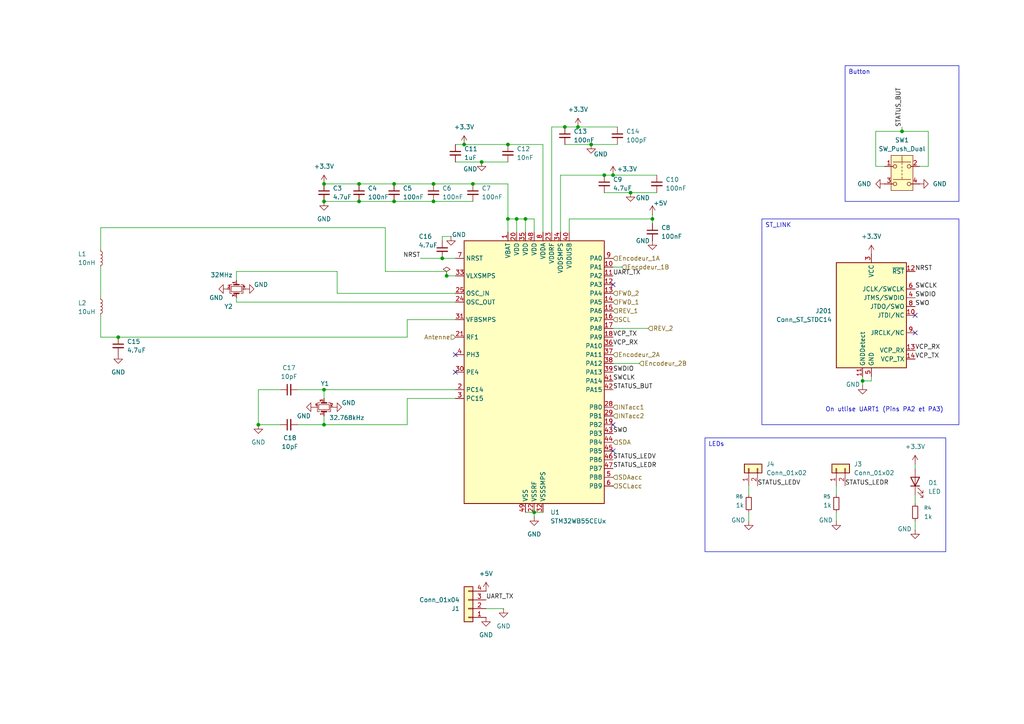
<source format=kicad_sch>
(kicad_sch (version 20250114) (generator "eeschema") (generator_version "9.0")
  (paper "A4")
  (lib_symbols
    (symbol "Connector:Conn_ST_STDC14"
      (property "Reference" "J" (at -8.89 16.51 0))
      (property "Value" "Conn_ST_STDC14" (at 17.78 16.51 0))
      (symbol "Conn_ST_STDC14_0_1"
        (rectangle (start -10.16 15.24) (end 10.16 -15.24) (stroke (width 0.254)) (fill (type background)))
      )
      (symbol "Conn_ST_STDC14_1_1"
        (pin no_connect line (at -10.16 5.08 0) (length 2.54) (hide yes) (name "NC") (number "1"))
        (pin no_connect line (at -10.16 2.54 0) (length 2.54) (hide yes) (name "NC") (number "2"))
        (pin passive line (at -2.54 -17.78 90) (length 2.54) (name "GNDDetect") (number "11"))
        (pin power_in line (at 0 17.78 270) (length 2.54) (name "VCC") (number "3"))
        (pin power_in line (at 0 -17.78 90) (length 2.54) (name "GND") (number "5"))
        (pin passive line (at 0 -17.78 90) (length 2.54) (hide yes) (name "GND") (number "7"))
        (pin open_collector line (at 12.7 12.7 180) (length 2.54) (name "~{RST}") (number "12"))
        (pin output line (at 12.7 7.62 180) (length 2.54) (name "JCLK/SWCLK") (number "6"))
        (pin bidirectional line (at 12.7 5.08 180) (length 2.54) (name "JTMS/SWDIO") (number "4"))
        (pin input line (at 12.7 2.54 180) (length 2.54) (name "JTDO/SWO") (number "8"))
        (pin output line (at 12.7 0 180) (length 2.54) (name "JTDI/NC") (number "10"))
        (pin input line (at 12.7 -5.08 180) (length 2.54) (name "JRCLK/NC") (number "9"))
        (pin output line (at 12.7 -10.16 180) (length 2.54) (name "VCP_RX") (number "13"))
        (pin input line (at 12.7 -12.7 180) (length 2.54) (name "VCP_TX") (number "14"))
      )
    )
    (symbol "Connector_Generic:Conn_01x02" (pin_names (offset 1.016) (hide yes))
      (property "Reference" "J" (at 0 2.54 0))
      (property "Value" "Conn_01x02" (at 0 -5.08 0))
      (symbol "Conn_01x02_1_1"
        (rectangle (start -1.27 1.27) (end 1.27 -3.81) (stroke (width 0.254)) (fill (type background)))
        (rectangle (start -1.27 0.127) (end 0 -0.127) (stroke (width 0.1524)))
        (rectangle (start -1.27 -2.413) (end 0 -2.667) (stroke (width 0.1524)))
        (pin passive line (at -5.08 0 0) (length 3.81) (name "Pin_1") (number "1"))
        (pin passive line (at -5.08 -2.54 0) (length 3.81) (name "Pin_2") (number "2"))
      )
    )
    (symbol "Connector_Generic:Conn_01x04" (pin_names (offset 1.016) (hide yes))
      (property "Reference" "J" (at 0 5.08 0))
      (property "Value" "Conn_01x04" (at 0 -7.62 0))
      (symbol "Conn_01x04_1_1"
        (rectangle (start -1.27 3.81) (end 1.27 -6.35) (stroke (width 0.254)) (fill (type background)))
        (rectangle (start -1.27 2.667) (end 0 2.413) (stroke (width 0.1524)))
        (rectangle (start -1.27 0.127) (end 0 -0.127) (stroke (width 0.1524)))
        (rectangle (start -1.27 -2.413) (end 0 -2.667) (stroke (width 0.1524)))
        (rectangle (start -1.27 -4.953) (end 0 -5.207) (stroke (width 0.1524)))
        (pin passive line (at -5.08 2.54 0) (length 3.81) (name "Pin_1") (number "1"))
        (pin passive line (at -5.08 0 0) (length 3.81) (name "Pin_2") (number "2"))
        (pin passive line (at -5.08 -2.54 0) (length 3.81) (name "Pin_3") (number "3"))
        (pin passive line (at -5.08 -5.08 0) (length 3.81) (name "Pin_4") (number "4"))
      )
    )
    (symbol "Device:C_Small" (pin_numbers (hide yes)) (pin_names (offset 0.254) (hide yes))
      (property "Reference" "C" (at 0.254 1.778 0))
      (property "Value" "C_Small" (at 0.254 -2.032 0))
      (symbol "C_Small_0_1"
        (polyline (pts (xy -1.524 0.508) (xy 1.524 0.508)) (stroke (width 0.3048)))
        (polyline (pts (xy -1.524 -0.508) (xy 1.524 -0.508)) (stroke (width 0.3302)))
      )
      (symbol "C_Small_1_1"
        (pin passive line (at 0 2.54 270) (length 2.032) (name "~") (number "1"))
        (pin passive line (at 0 -2.54 90) (length 2.032) (name "~") (number "2"))
      )
    )
    (symbol "Device:Crystal_GND24_Small" (pin_names (offset 1.016) (hide yes))
      (property "Reference" "Y" (at 1.27 4.445 0))
      (property "Value" "Crystal_GND24_Small" (at 1.27 2.54 0))
      (symbol "Crystal_GND24_Small_0_1"
        (polyline (pts (xy -1.27 1.27) (xy -1.27 1.905) (xy 1.27 1.905) (xy 1.27 1.27)))
        (polyline (pts (xy -1.27 -0.762) (xy -1.27 0.762)) (stroke (width 0.381)))
        (polyline (pts (xy -1.27 -1.27) (xy -1.27 -1.905) (xy 1.27 -1.905) (xy 1.27 -1.27)))
        (rectangle (start -0.762 -1.524) (end 0.762 1.524))
        (polyline (pts (xy 1.27 -0.762) (xy 1.27 0.762)) (stroke (width 0.381)))
      )
      (symbol "Crystal_GND24_Small_1_1"
        (pin passive line (at -2.54 0 0) (length 1.27) (name "1") (number "1"))
        (pin passive line (at 0 2.54 270) (length 0.635) (name "4") (number "4"))
        (pin passive line (at 0 -2.54 90) (length 0.635) (name "2") (number "2"))
        (pin passive line (at 2.54 0 180) (length 1.27) (name "3") (number "3"))
      )
    )
    (symbol "Device:LED" (pin_numbers (hide yes)) (pin_names (offset 1.016) (hide yes))
      (property "Reference" "D" (at 0 2.54 0))
      (property "Value" "LED" (at 0 -2.54 0))
      (symbol "LED_0_1"
        (polyline (pts (xy -3.048 -0.762) (xy -4.572 -2.286) (xy -3.81 -2.286) (xy -4.572 -2.286) (xy -4.572 -1.524)))
        (polyline (pts (xy -1.778 -0.762) (xy -3.302 -2.286) (xy -2.54 -2.286) (xy -3.302 -2.286) (xy -3.302 -1.524)))
        (polyline (pts (xy -1.27 0) (xy 1.27 0)))
        (polyline (pts (xy -1.27 -1.27) (xy -1.27 1.27)) (stroke (width 0.254)))
        (polyline (pts (xy 1.27 -1.27) (xy 1.27 1.27) (xy -1.27 0) (xy 1.27 -1.27)) (stroke (width 0.254)))
      )
      (symbol "LED_1_1"
        (pin passive line (at -3.81 0 0) (length 2.54) (name "K") (number "1"))
        (pin passive line (at 3.81 0 180) (length 2.54) (name "A") (number "2"))
      )
    )
    (symbol "Device:L_Small" (pin_numbers (hide yes)) (pin_names (offset 0.254) (hide yes))
      (property "Reference" "L" (at 0.762 1.016 0))
      (property "Value" "L_Small" (at 0.762 -1.016 0))
      (symbol "L_Small_0_1"
        (arc (start 0 2.032) (mid 0.5058 1.524) (end 0 1.016))
        (arc (start 0 1.016) (mid 0.5058 0.508) (end 0 0))
        (arc (start 0 0) (mid 0.5058 -0.508) (end 0 -1.016))
        (arc (start 0 -1.016) (mid 0.5058 -1.524) (end 0 -2.032))
      )
      (symbol "L_Small_1_1"
        (pin passive line (at 0 2.54 270) (length 0.508) (name "~") (number "1"))
        (pin passive line (at 0 -2.54 90) (length 0.508) (name "~") (number "2"))
      )
    )
    (symbol "Device:R_Small" (pin_numbers (hide yes)) (pin_names (offset 0.254) (hide yes))
      (property "Reference" "R" (at 0 0 90))
      (property "Value" "R_Small" (at 1.778 0 90))
      (symbol "R_Small_0_1"
        (rectangle (start -0.762 1.778) (end 0.762 -1.778) (stroke (width 0.2032)))
      )
      (symbol "R_Small_1_1"
        (pin passive line (at 0 2.54 270) (length 0.762) (name "~") (number "1"))
        (pin passive line (at 0 -2.54 90) (length 0.762) (name "~") (number "2"))
      )
    )
    (symbol "MCU_ST_STM32WB:STM32WB55CEUx"
      (property "Reference" "U" (at -20.32 39.37 0))
      (property "Value" "STM32WB55CEUx" (at 12.7 39.37 0))
      (symbol "STM32WB55CEUx_0_1"
        (rectangle (start -20.32 -38.1) (end 20.32 38.1) (stroke (width 0.254)) (fill (type background)))
      )
      (symbol "STM32WB55CEUx_1_1"
        (pin input line (at -22.86 33.02 0) (length 2.54) (name "NRST") (number "7"))
        (pin power_in line (at -22.86 27.94 0) (length 2.54) (name "VLXSMPS") (number "33"))
        (pin input line (at -22.86 22.86 0) (length 2.54) (name "OSC_IN") (number "25"))
        (pin input line (at -22.86 20.32 0) (length 2.54) (name "OSC_OUT") (number "24"))
        (pin input line (at -22.86 15.24 0) (length 2.54) (name "VFBSMPS") (number "31"))
        (pin bidirectional line (at -22.86 10.16 0) (length 2.54) (name "RF1") (number "21"))
        (pin bidirectional line (at -22.86 5.08 0) (length 2.54) (name "PH3") (number "4"))
        (pin bidirectional line (at -22.86 0 0) (length 2.54) (name "PE4") (number "30"))
        (pin bidirectional line (at -22.86 -5.08 0) (length 2.54) (name "PC14") (number "2"))
        (pin bidirectional line (at -22.86 -7.62 0) (length 2.54) (name "PC15") (number "3"))
        (pin no_connect line (at -20.32 -35.56 0) (length 2.54) (hide yes) (name "AT1") (number "27"))
        (pin no_connect line (at -20.32 -38.1 0) (length 2.54) (hide yes) (name "AT0") (number "26"))
        (pin power_in line (at -7.62 40.64 270) (length 2.54) (name "VBAT") (number "1"))
        (pin power_in line (at -5.08 40.64 270) (length 2.54) (name "VDD") (number "20"))
        (pin power_in line (at -2.54 40.64 270) (length 2.54) (name "VDD") (number "35"))
        (pin power_in line (at -2.54 -40.64 90) (length 2.54) (name "VSS") (number "49"))
        (pin power_in line (at 0 40.64 270) (length 2.54) (name "VDD") (number "48"))
        (pin power_in line (at 0 -40.64 90) (length 2.54) (name "VSSRF") (number "22"))
        (pin power_in line (at 2.54 40.64 270) (length 2.54) (name "VDDA") (number "8"))
        (pin power_in line (at 2.54 -40.64 90) (length 2.54) (name "VSSSMPS") (number "32"))
        (pin power_in line (at 5.08 40.64 270) (length 2.54) (name "VDDRF") (number "23"))
        (pin power_in line (at 7.62 40.64 270) (length 2.54) (name "VDDSMPS") (number "34"))
        (pin power_in line (at 10.16 40.64 270) (length 2.54) (name "VDDUSB") (number "40"))
        (pin bidirectional line (at 22.86 33.02 180) (length 2.54) (name "PA0") (number "9"))
        (pin bidirectional line (at 22.86 30.48 180) (length 2.54) (name "PA1") (number "10"))
        (pin bidirectional line (at 22.86 27.94 180) (length 2.54) (name "PA2") (number "11"))
        (pin bidirectional line (at 22.86 25.4 180) (length 2.54) (name "PA3") (number "12"))
        (pin bidirectional line (at 22.86 22.86 180) (length 2.54) (name "PA4") (number "13"))
        (pin bidirectional line (at 22.86 20.32 180) (length 2.54) (name "PA5") (number "14"))
        (pin bidirectional line (at 22.86 17.78 180) (length 2.54) (name "PA6") (number "15"))
        (pin bidirectional line (at 22.86 15.24 180) (length 2.54) (name "PA7") (number "16"))
        (pin bidirectional line (at 22.86 12.7 180) (length 2.54) (name "PA8") (number "17"))
        (pin bidirectional line (at 22.86 10.16 180) (length 2.54) (name "PA9") (number "18"))
        (pin bidirectional line (at 22.86 7.62 180) (length 2.54) (name "PA10") (number "36"))
        (pin bidirectional line (at 22.86 5.08 180) (length 2.54) (name "PA11") (number "37"))
        (pin bidirectional line (at 22.86 2.54 180) (length 2.54) (name "PA12") (number "38"))
        (pin bidirectional line (at 22.86 0 180) (length 2.54) (name "PA13") (number "39"))
        (pin bidirectional line (at 22.86 -2.54 180) (length 2.54) (name "PA14") (number "41"))
        (pin bidirectional line (at 22.86 -5.08 180) (length 2.54) (name "PA15") (number "42"))
        (pin bidirectional line (at 22.86 -10.16 180) (length 2.54) (name "PB0") (number "28"))
        (pin bidirectional line (at 22.86 -12.7 180) (length 2.54) (name "PB1") (number "29"))
        (pin bidirectional line (at 22.86 -15.24 180) (length 2.54) (name "PB2") (number "19"))
        (pin bidirectional line (at 22.86 -17.78 180) (length 2.54) (name "PB3") (number "43"))
        (pin bidirectional line (at 22.86 -20.32 180) (length 2.54) (name "PB4") (number "44"))
        (pin bidirectional line (at 22.86 -22.86 180) (length 2.54) (name "PB5") (number "45"))
        (pin bidirectional line (at 22.86 -25.4 180) (length 2.54) (name "PB6") (number "46"))
        (pin bidirectional line (at 22.86 -27.94 180) (length 2.54) (name "PB7") (number "47"))
        (pin bidirectional line (at 22.86 -30.48 180) (length 2.54) (name "PB8") (number "5"))
        (pin bidirectional line (at 22.86 -33.02 180) (length 2.54) (name "PB9") (number "6"))
      )
    )
    (symbol "Switch:SW_Push_Dual" (pin_names (offset 1.016) (hide yes))
      (property "Reference" "SW" (at 0 7.62 0))
      (property "Value" "SW_Push_Dual" (at 0 -6.35 0))
      (symbol "SW_Push_Dual_0_1"
        (circle (center -2.032 2.54) (radius 0.508))
        (circle (center -2.032 -2.54) (radius 0.508))
        (polyline (pts (xy 0 3.81) (xy 0 5.588)))
        (polyline (pts (xy 0 3.048) (xy 0 3.556)))
        (polyline (pts (xy 0 2.032) (xy 0 2.54)))
        (polyline (pts (xy 0 1.016) (xy 0 1.524)))
        (polyline (pts (xy 0 0.508) (xy 0 0)))
        (polyline (pts (xy 0 -0.508) (xy 0 -1.016)))
        (circle (center 2.032 2.54) (radius 0.508))
        (circle (center 2.032 -2.54) (radius 0.508))
        (polyline (pts (xy 2.54 3.81) (xy -2.54 3.81)))
        (polyline (pts (xy 2.54 -1.27) (xy -2.54 -1.27)))
        (pin passive line (at -5.08 2.54 0) (length 2.54) (name "1") (number "1"))
        (pin passive line (at -5.08 -2.54 0) (length 2.54) (name "3") (number "3"))
        (pin passive line (at 5.08 2.54 180) (length 2.54) (name "2") (number "2"))
        (pin passive line (at 5.08 -2.54 180) (length 2.54) (name "4") (number "4"))
      )
      (symbol "SW_Push_Dual_1_1"
        (rectangle (start -3.175 5.715) (end 3.175 -4.445) (fill (type background)))
      )
    )
    (symbol "power:+3.3V" (power) (pin_numbers (hide yes)) (pin_names (offset 0) (hide yes))
      (property "Value" "+3.3V" (at 0 3.556 0))
      (symbol "+3.3V_0_1"
        (polyline (pts (xy -0.762 1.27) (xy 0 2.54)))
        (polyline (pts (xy 0 2.54) (xy 0.762 1.27)))
        (polyline (pts (xy 0 0) (xy 0 2.54)))
      )
      (symbol "+3.3V_1_1"
        (pin power_in line (at 0 0 90) (length 0) (name "~") (number "1"))
      )
    )
    (symbol "power:+5V" (power) (pin_numbers (hide yes)) (pin_names (offset 0) (hide yes))
      (property "Value" "+5V" (at 0 3.556 0))
      (symbol "+5V_0_1"
        (polyline (pts (xy -0.762 1.27) (xy 0 2.54)))
        (polyline (pts (xy 0 2.54) (xy 0.762 1.27)))
        (polyline (pts (xy 0 0) (xy 0 2.54)))
      )
      (symbol "+5V_1_1"
        (pin power_in line (at 0 0 90) (length 0) (name "~") (number "1"))
      )
    )
    (symbol "power:GND" (power) (pin_numbers (hide yes)) (pin_names (offset 0) (hide yes))
      (property "Value" "GND" (at 0 -3.81 0))
      (symbol "GND_0_1"
        (polyline (pts (xy 0 0) (xy 0 -1.27) (xy 1.27 -1.27) (xy 0 -2.54) (xy -1.27 -1.27) (xy 0 -1.27)))
      )
      (symbol "GND_1_1"
        (pin power_in line (at 0 0 270) (length 0) (name "~") (number "1"))
      )
    )
    (symbol "power:PWR_FLAG" (power) (pin_numbers (hide yes)) (pin_names (offset 0) (hide yes))
      (property "Value" "PWR_FLAG" (at 0 3.81 0))
      (symbol "PWR_FLAG_0_0"
        (pin power_out line (at 0 0 90) (length 0) (name "~") (number "1"))
      )
      (symbol "PWR_FLAG_0_1"
        (polyline (pts (xy 0 0) (xy 0 1.27) (xy -1.016 1.905) (xy 0 2.54) (xy 1.016 1.905) (xy 0 1.27)))
      )
    )
  )
  (text "On utlise UART1 (Pins PA2 et PA3)" (at 256.54 118.872 0) (effects (font (size 1.27 1.27))))
  (text_box "Button" (at 245.11 19.05 0) (size 33.02 39.37) (margins 0.9525 0.9525 0.9525 0.9525) (effects (font (size 1.27 1.27)) (justify left top)))
  (text_box "ST_LINK\n" (at 220.98 63.5 0) (size 57.15 59.69) (margins 0.9525 0.9525 0.9525 0.9525) (effects (font (size 1.27 1.27)) (justify left top)))
  (text_box "LEDs" (at 204.47 127 0) (size 69.85 33.02) (margins 0.9525 0.9525 0.9525 0.9525) (effects (font (size 1.27 1.27)) (justify left top)))
  (junction (at 152.4 63.5))
  (junction (at 171.45 41.91))
  (junction (at 139.7 46.99))
  (junction (at 134.62 41.91))
  (junction (at 93.98 53.34))
  (junction (at 125.73 53.34))
  (junction (at 137.16 53.34))
  (junction (at 128.27 74.93))
  (junction (at 114.3 58.42))
  (junction (at 114.3 53.34))
  (junction (at 154.94 148.59))
  (junction (at 163.83 36.83))
  (junction (at 261.62 38.1))
  (junction (at 93.98 123.19))
  (junction (at 177.8 50.8))
  (junction (at 93.98 113.03))
  (junction (at 74.93 123.19))
  (junction (at 125.73 58.42))
  (junction (at 189.23 63.5))
  (junction (at 250.19 110.49))
  (junction (at 34.29 97.79))
  (junction (at 147.32 41.91))
  (junction (at 104.14 53.34))
  (junction (at 182.88 55.88))
  (junction (at 147.32 63.5))
  (junction (at 149.86 63.5))
  (junction (at 93.98 58.42))
  (junction (at 129.54 80.01))
  (junction (at 167.64 36.83))
  (junction (at 104.14 58.42))
  (junction (at 175.26 50.8))
  (no_connect (at 177.8 82.55))
  (no_connect (at 265.43 91.44))
  (no_connect (at 177.8 123.19))
  (no_connect (at 177.8 130.81))
  (no_connect (at 132.08 102.87))
  (no_connect (at 265.43 96.52))
  (no_connect (at 132.08 107.95))
  (wire (pts (xy 130.81 68.58) (xy 128.27 68.58)))
  (wire (pts (xy 132.08 113.03) (xy 93.98 113.03)))
  (wire (pts (xy 68.58 78.74) (xy 68.58 81.28)))
  (wire (pts (xy 185.42 105.41) (xy 177.8 105.41)))
  (wire (pts (xy 189.23 63.5) (xy 189.23 64.77)))
  (wire (pts (xy 132.08 115.57) (xy 118.11 115.57)))
  (wire (pts (xy 147.32 63.5) (xy 147.32 67.31)))
  (wire (pts (xy 177.8 50.8) (xy 190.5 50.8)))
  (wire (pts (xy 167.64 36.83) (xy 179.07 36.83)))
  (wire (pts (xy 129.54 78.74) (xy 129.54 80.01)))
  (wire (pts (xy 125.73 53.34) (xy 137.16 53.34)))
  (wire (pts (xy 146.05 176.53) (xy 140.97 176.53)))
  (wire (pts (xy 165.1 63.5) (xy 189.23 63.5)))
  (wire (pts (xy 163.83 36.83) (xy 167.64 36.83)))
  (wire (pts (xy 154.94 149.86) (xy 154.94 148.59)))
  (wire (pts (xy 217.17 140.97) (xy 217.17 143.51)))
  (wire (pts (xy 86.36 113.03) (xy 93.98 113.03)))
  (wire (pts (xy 104.14 53.34) (xy 114.3 53.34)))
  (wire (pts (xy 86.36 123.19) (xy 93.98 123.19)))
  (wire (pts (xy 134.62 41.91) (xy 147.32 41.91)))
  (wire (pts (xy 254 48.26) (xy 254 38.1)))
  (wire (pts (xy 256.54 48.26) (xy 254 48.26)))
  (wire (pts (xy 147.32 53.34) (xy 137.16 53.34)))
  (wire (pts (xy 74.93 113.03) (xy 74.93 123.19)))
  (wire (pts (xy 34.29 97.79) (xy 29.21 97.79)))
  (wire (pts (xy 163.83 41.91) (xy 171.45 41.91)))
  (wire (pts (xy 157.48 41.91) (xy 147.32 41.91)))
  (wire (pts (xy 157.48 41.91) (xy 157.48 67.31)))
  (wire (pts (xy 29.21 77.47) (xy 29.21 86.36)))
  (wire (pts (xy 160.02 36.83) (xy 160.02 67.31)))
  (wire (pts (xy 160.02 36.83) (xy 163.83 36.83)))
  (wire (pts (xy 114.3 53.34) (xy 125.73 53.34)))
  (wire (pts (xy 162.56 50.8) (xy 162.56 67.31)))
  (wire (pts (xy 128.27 68.58) (xy 128.27 69.85)))
  (wire (pts (xy 74.93 123.19) (xy 81.28 123.19)))
  (wire (pts (xy 269.24 48.26) (xy 266.7 48.26)))
  (wire (pts (xy 154.94 63.5) (xy 152.4 63.5)))
  (wire (pts (xy 118.11 92.71) (xy 118.11 97.79)))
  (wire (pts (xy 29.21 97.79) (xy 29.21 91.44)))
  (wire (pts (xy 93.98 58.42) (xy 104.14 58.42)))
  (wire (pts (xy 250.19 110.49) (xy 250.19 111.76)))
  (wire (pts (xy 265.43 151.13) (xy 265.43 153.67)))
  (wire (pts (xy 93.98 53.34) (xy 104.14 53.34)))
  (wire (pts (xy 182.88 55.88) (xy 190.5 55.88)))
  (wire (pts (xy 254 38.1) (xy 261.62 38.1)))
  (wire (pts (xy 250.19 110.49) (xy 252.73 110.49)))
  (wire (pts (xy 265.43 143.51) (xy 265.43 146.05)))
  (wire (pts (xy 129.54 80.01) (xy 132.08 80.01)))
  (wire (pts (xy 149.86 63.5) (xy 147.32 63.5)))
  (wire (pts (xy 93.98 120.65) (xy 93.98 123.19)))
  (wire (pts (xy 104.14 58.42) (xy 114.3 58.42)))
  (wire (pts (xy 132.08 85.09) (xy 97.79 85.09)))
  (wire (pts (xy 132.08 87.63) (xy 68.58 87.63)))
  (wire (pts (xy 118.11 97.79) (xy 34.29 97.79)))
  (wire (pts (xy 261.62 38.1) (xy 269.24 38.1)))
  (wire (pts (xy 114.3 58.42) (xy 125.73 58.42)))
  (wire (pts (xy 118.11 115.57) (xy 118.11 123.19)))
  (wire (pts (xy 121.92 74.93) (xy 128.27 74.93)))
  (wire (pts (xy 81.28 113.03) (xy 74.93 113.03)))
  (wire (pts (xy 250.19 109.22) (xy 250.19 110.49)))
  (wire (pts (xy 152.4 63.5) (xy 149.86 63.5)))
  (wire (pts (xy 265.43 135.89) (xy 265.43 134.62)))
  (wire (pts (xy 29.21 66.04) (xy 111.76 66.04)))
  (wire (pts (xy 242.57 140.97) (xy 242.57 143.51)))
  (wire (pts (xy 111.76 78.74) (xy 129.54 78.74)))
  (wire (pts (xy 29.21 66.04) (xy 29.21 72.39)))
  (wire (pts (xy 132.08 46.99) (xy 139.7 46.99)))
  (wire (pts (xy 152.4 67.31) (xy 152.4 63.5)))
  (wire (pts (xy 154.94 148.59) (xy 152.4 148.59)))
  (wire (pts (xy 139.7 46.99) (xy 147.32 46.99)))
  (wire (pts (xy 217.17 148.59) (xy 217.17 151.13)))
  (wire (pts (xy 261.62 36.83) (xy 261.62 38.1)))
  (wire (pts (xy 162.56 50.8) (xy 175.26 50.8)))
  (wire (pts (xy 132.08 41.91) (xy 134.62 41.91)))
  (wire (pts (xy 180.34 77.47) (xy 177.8 77.47)))
  (wire (pts (xy 187.96 95.25) (xy 177.8 95.25)))
  (wire (pts (xy 189.23 62.23) (xy 189.23 63.5)))
  (wire (pts (xy 97.79 85.09) (xy 97.79 78.74)))
  (wire (pts (xy 154.94 67.31) (xy 154.94 63.5)))
  (wire (pts (xy 165.1 67.31) (xy 165.1 63.5)))
  (wire (pts (xy 154.94 148.59) (xy 157.48 148.59)))
  (wire (pts (xy 93.98 123.19) (xy 118.11 123.19)))
  (wire (pts (xy 93.98 113.03) (xy 93.98 115.57)))
  (wire (pts (xy 175.26 50.8) (xy 177.8 50.8)))
  (wire (pts (xy 149.86 67.31) (xy 149.86 63.5)))
  (wire (pts (xy 269.24 38.1) (xy 269.24 48.26)))
  (wire (pts (xy 118.11 92.71) (xy 132.08 92.71)))
  (wire (pts (xy 97.79 78.74) (xy 68.58 78.74)))
  (wire (pts (xy 252.73 109.22) (xy 252.73 110.49)))
  (wire (pts (xy 125.73 58.42) (xy 137.16 58.42)))
  (wire (pts (xy 147.32 53.34) (xy 147.32 63.5)))
  (wire (pts (xy 68.58 87.63) (xy 68.58 86.36)))
  (wire (pts (xy 128.27 74.93) (xy 132.08 74.93)))
  (wire (pts (xy 242.57 148.59) (xy 242.57 151.13)))
  (wire (pts (xy 175.26 55.88) (xy 182.88 55.88)))
  (wire (pts (xy 171.45 41.91) (xy 179.07 41.91)))
  (wire (pts (xy 111.76 66.04) (xy 111.76 78.74)))
  (label "NRST" (at 121.92 74.93 180))
  (label "SWO" (at 265.43 88.9 0))
  (label "SWDIO" (at 177.8 107.95 0))
  (label "VCP_RX" (at 177.8 100.33 0))
  (label "VCP_TX" (at 265.43 104.14 0))
  (label "SWCLK" (at 265.43 83.82 0))
  (label "VCP_TX" (at 177.8 97.79 0))
  (label "NRST" (at 265.43 78.74 0))
  (label "STATUS_BUT" (at 261.62 36.83 90))
  (label "SWDIO" (at 265.43 86.36 0))
  (label "SWO" (at 177.8 125.73 0))
  (label "VCP_RX" (at 265.43 101.6 0))
  (label "STATUS_BUT" (at 177.8 113.03 0))
  (label "UART_TX" (at 140.97 173.99 0))
  (label "STATUS_LEDV" (at 219.71 140.97 0))
  (label "STATUS_LEDR" (at 245.11 140.97 0))
  (label "STATUS_LEDR" (at 177.8 135.89 0))
  (label "SWCLK" (at 177.8 110.49 0))
  (label "STATUS_LEDV" (at 177.8 133.35 0))
  (label "UART_TX" (at 177.8 80.01 0))
  (hierarchical_label "FWD_2" (shape input) (at 177.8 85.09 0))
  (hierarchical_label "Encodeur_1A" (shape input) (at 177.8 74.93 0))
  (hierarchical_label "REV_1" (shape input) (at 177.8 90.17 0))
  (hierarchical_label "Encodeur_2B" (shape input) (at 185.42 105.41 0))
  (hierarchical_label "FWD_1" (shape input) (at 177.8 87.63 0))
  (hierarchical_label "SDAacc" (shape input) (at 177.8 138.43 0))
  (hierarchical_label "INTacc2" (shape input) (at 177.8 120.65 0))
  (hierarchical_label "Antenne" (shape input) (at 132.08 97.79 180))
  (hierarchical_label "Encodeur_2A" (shape input) (at 177.8 102.87 0))
  (hierarchical_label "SCLacc" (shape input) (at 177.8 140.97 0))
  (hierarchical_label "REV_2" (shape input) (at 187.96 95.25 0))
  (hierarchical_label "INTacc1" (shape input) (at 177.8 118.11 0))
  (hierarchical_label "Encodeur_1B" (shape input) (at 180.34 77.47 0))
  (hierarchical_label "SCL" (shape input) (at 177.8 92.71 0))
  (hierarchical_label "SDA" (shape input) (at 177.8 128.27 0))
  (symbol (lib_id "Connector_Generic:Conn_01x04") (at 135.89 176.53 180) (unit 1)
    (property "Reference" "J1" (at 133.35 176.5301 0) (effects (justify left)))
    (property "Value" "Conn_01x04" (at 133.35 173.9901 0) (effects (justify left)))
    (property "Footprint" "Connector_JST:JST_XH_B4B-XH-AM_1x04_P2.50mm_Vertical" (effects (hide yes)))
    (property "Description" "Generic connector, single row, 01x04, script generated (kicad-library-utils/schlib/autogen/connector/)" (effects (hide yes)))
  )
  (symbol (lib_id "power:GND") (at 66.04 83.82 270) (unit 1)
    (property "Reference" "#PWR035" (effects (hide yes)))
    (property "Value" "GND" (at 64.77 86.36 90) (effects (justify right)))
    (property "Description" "Power symbol creates a global label with name \"GND\" , ground" (effects (hide yes)))
  )
  (symbol (lib_id "power:GND") (at 93.98 58.42 0) (unit 1)
    (property "Reference" "#PWR09" (effects (hide yes)))
    (property "Value" "GND" (at 93.98 63.5 0))
    (property "Description" "Power symbol creates a global label with name \"GND\" , ground" (effects (hide yes)))
  )
  (symbol (lib_id "power:+3.3V") (at 93.98 53.34 0) (unit 1)
    (property "Reference" "#PWR08" (effects (hide yes)))
    (property "Value" "+3.3V" (at 93.98 48.26 0))
    (property "Description" "Power symbol creates a global label with name \"+3.3V\"" (effects (hide yes)))
  )
  (symbol (lib_id "power:GND") (at 171.45 41.91 0) (unit 1)
    (property "Reference" "#PWR011" (effects (hide yes)))
    (property "Value" "GND" (at 174.244 44.704 0))
    (property "Description" "Power symbol creates a global label with name \"GND\" , ground" (effects (hide yes)))
  )
  (symbol (lib_id "Device:L_Small") (at 29.21 74.93 0) (unit 1)
    (property "Reference" "L1" (at 22.606 73.66 0) (effects (justify left)))
    (property "Value" "10nH" (at 22.606 76.2 0) (effects (justify left)))
    (property "Footprint" "Inductor_SMD:L_0603_1608Metric" (effects (hide yes)))
    (property "Description" "Inductor, small symbol" (effects (hide yes)))
  )
  (symbol (lib_id "Device:C_Small") (at 83.82 123.19 90) (unit 1)
    (property "Reference" "C18" (at 84.074 127 90))
    (property "Value" "10pF" (at 84.074 129.54 90))
    (property "Footprint" "Capacitor_SMD:C_0402_1005Metric" (effects (hide yes)))
    (property "Description" "Unpolarized capacitor, small symbol" (effects (hide yes)))
  )
  (symbol (lib_id "Device:C_Small") (at 175.26 53.34 0) (unit 1)
    (property "Reference" "C9" (at 177.8 52.0762 0) (effects (justify left)))
    (property "Value" "4.7uF" (at 177.8 54.6162 0) (effects (justify left)))
    (property "Footprint" "Capacitor_SMD:C_0603_1608Metric" (effects (hide yes)))
    (property "Description" "Unpolarized capacitor, small symbol" (effects (hide yes)))
  )
  (symbol (lib_id "power:+3.3V") (at 177.8 50.8 0) (unit 1)
    (property "Reference" "#PWR017" (effects (hide yes)))
    (property "Value" "+3.3V" (at 181.864 49.022 0))
    (property "Description" "Power symbol creates a global label with name \"+3.3V\"" (effects (hide yes)))
  )
  (symbol (lib_id "Device:C_Small") (at 189.23 67.31 0) (unit 1)
    (property "Reference" "C8" (at 191.77 66.0462 0) (effects (justify left)))
    (property "Value" "100nF" (at 191.77 68.5862 0) (effects (justify left)))
    (property "Footprint" "Capacitor_SMD:C_0603_1608Metric" (effects (hide yes)))
    (property "Description" "Unpolarized capacitor, small symbol" (effects (hide yes)))
  )
  (symbol (lib_id "power:+3.3V") (at 134.62 41.91 0) (unit 1)
    (property "Reference" "#PWR012" (effects (hide yes)))
    (property "Value" "+3.3V" (at 134.62 36.83 0))
    (property "Description" "Power symbol creates a global label with name \"+3.3V\"" (effects (hide yes)))
  )
  (symbol (lib_id "Device:R_Small") (at 217.17 146.05 0) (unit 1)
    (property "Reference" "R6" (at 213.36 144.018 0) (effects (font (size 1.016 1.016)) (justify left)))
    (property "Value" "1k" (at 213.36 146.558 0) (effects (justify left)))
    (property "Footprint" "Resistor_SMD:R_0603_1608Metric" (effects (hide yes)))
    (property "Description" "Resistor, small symbol" (effects (hide yes)))
  )
  (symbol (lib_id "Switch:SW_Push_Dual") (at 261.62 50.8 0) (unit 1)
    (property "Reference" "SW1" (at 261.62 40.64 0))
    (property "Value" "SW_Push_Dual" (at 261.62 43.18 0))
    (property "Footprint" "SW_Push_1P1T_NO_6x6mm_H9.5mm:SW_Push_1P1T_NO_6x6mm_H9.5mm" (effects (hide yes)))
    (property "Description" "Push button switch, generic, symbol, four pins" (effects (hide yes)))
  )
  (symbol (lib_id "power:GND") (at 256.54 53.34 270) (unit 1)
    (property "Reference" "#PWR031" (effects (hide yes)))
    (property "Value" "GND" (at 252.73 53.3399 90) (effects (justify right)))
    (property "Description" "Power symbol creates a global label with name \"GND\" , ground" (effects (hide yes)))
  )
  (symbol (lib_id "power:+5V") (at 140.97 171.45 0) (unit 1)
    (property "Reference" "#PWR057" (effects (hide yes)))
    (property "Value" "+5V" (at 140.97 166.37 0))
    (property "Description" "Power symbol creates a global label with name \"+5V\"" (effects (hide yes)))
  )
  (symbol (lib_id "Device:C_Small") (at 147.32 44.45 0) (unit 1)
    (property "Reference" "C12" (at 149.86 43.1862 0) (effects (justify left)))
    (property "Value" "10nF" (at 149.86 45.7262 0) (effects (justify left)))
    (property "Footprint" "Capacitor_SMD:C_0603_1608Metric" (effects (hide yes)))
    (property "Description" "Unpolarized capacitor, small symbol" (effects (hide yes)))
  )
  (symbol (lib_id "Connector:Conn_ST_STDC14") (at 252.73 91.44 0) (unit 1)
    (property "Reference" "J201" (at 241.3 90.1699 0) (effects (justify right)))
    (property "Value" "Conn_ST_STDC14" (at 241.3 92.7099 0) (effects (justify right)))
    (property "Footprint" "Connector_PinHeader_1.27mm:PinHeader_2x07_P1.27mm_Vertical_SMD" (effects (hide yes)))
    (property "Datasheet" "https://www.st.com/content/ccc/resource/technical/document/user_manual/group1/99/49/91/b6/b2/3a/46/e5/DM00526767/files/DM00526767.pdf/jcr:content/translations/en.DM00526767.pdf" (effects (hide yes)))
    (property "Description" "ST Debug Connector, standard ARM Cortex-M SWD and JTAG interface plus UART" (effects (hide yes)))
  )
  (symbol (lib_id "power:GND") (at 266.7 53.34 90) (unit 1)
    (property "Reference" "#PWR032" (effects (hide yes)))
    (property "Value" "GND" (at 270.51 53.3399 90) (effects (justify right)))
    (property "Description" "Power symbol creates a global label with name \"GND\" , ground" (effects (hide yes)))
  )
  (symbol (lib_id "power:GND") (at 34.29 102.87 0) (unit 1)
    (property "Reference" "#PWR019" (effects (hide yes)))
    (property "Value" "GND" (at 34.29 107.95 0))
    (property "Description" "Power symbol creates a global label with name \"GND\" , ground" (effects (hide yes)))
  )
  (symbol (lib_id "power:GND") (at 130.81 68.58 0) (unit 1)
    (property "Reference" "#PWR020" (effects (hide yes)))
    (property "Value" "GND" (at 131.064 68.072 0) (effects (justify left)))
    (property "Description" "Power symbol creates a global label with name \"GND\" , ground" (effects (hide yes)))
  )
  (symbol (lib_id "Device:Crystal_GND24_Small") (at 93.98 118.11 90) (unit 1)
    (property "Reference" "Y1" (at 94.234 111.252 90))
    (property "Value" "32.768kHz" (at 100.584 121.158 90))
    (property "Footprint" "XRCGB32M000F2P01R0:XRCGB32M000F2P01R0" (effects (hide yes)))
    (property "Description" "Four pin crystal, GND on pins 2 and 4, small symbol" (effects (hide yes)))
  )
  (symbol (lib_id "power:GND") (at 189.23 69.85 0) (unit 1)
    (property "Reference" "#PWR014" (effects (hide yes)))
    (property "Value" "GND" (at 186.436 69.85 0))
    (property "Description" "Power symbol creates a global label with name \"GND\" , ground" (effects (hide yes)))
  )
  (symbol (lib_id "power:+3.3V") (at 167.64 36.83 0) (unit 1)
    (property "Reference" "#PWR013" (effects (hide yes)))
    (property "Value" "+3.3V" (at 167.64 31.75 0))
    (property "Description" "Power symbol creates a global label with name \"+3.3V\"" (effects (hide yes)))
  )
  (symbol (lib_id "power:GND") (at 96.52 118.11 90) (unit 1)
    (property "Reference" "#PWR021" (effects (hide yes)))
    (property "Value" "GND" (at 99.06 116.84 90) (effects (justify right)))
    (property "Description" "Power symbol creates a global label with name \"GND\" , ground" (effects (hide yes)))
  )
  (symbol (lib_id "power:GND") (at 265.43 153.67 0) (unit 1)
    (property "Reference" "#PWR026" (effects (hide yes)))
    (property "Value" "GND" (at 262.382 153.416 0))
    (property "Description" "Power symbol creates a global label with name \"GND\" , ground" (effects (hide yes)))
  )
  (symbol (lib_id "power:PWR_FLAG") (at 129.54 80.01 0) (unit 1)
    (property "Reference" "#FLG01" (effects (hide yes)))
    (property "Value" "PWR_FLAG" (effects (hide yes)))
    (property "Description" "Special symbol for telling ERC where power comes from" (effects (hide yes)))
  )
  (symbol (lib_id "power:GND") (at 71.12 83.82 90) (unit 1)
    (property "Reference" "#PWR036" (effects (hide yes)))
    (property "Value" "GND" (at 73.66 82.55 90) (effects (justify right)))
    (property "Description" "Power symbol creates a global label with name \"GND\" , ground" (effects (hide yes)))
  )
  (symbol (lib_id "power:GND") (at 91.44 118.11 270) (unit 1)
    (property "Reference" "#PWR022" (effects (hide yes)))
    (property "Value" "GND" (at 90.17 120.65 90) (effects (justify right)))
    (property "Description" "Power symbol creates a global label with name \"GND\" , ground" (effects (hide yes)))
  )
  (symbol (lib_id "Device:C_Small") (at 83.82 113.03 90) (unit 1)
    (property "Reference" "C17" (at 83.8263 106.68 90))
    (property "Value" "10pF" (at 83.8263 109.22 90))
    (property "Footprint" "Capacitor_SMD:C_0402_1005Metric" (effects (hide yes)))
    (property "Description" "Unpolarized capacitor, small symbol" (effects (hide yes)))
  )
  (symbol (lib_id "power:GND") (at 242.57 151.13 0) (unit 1)
    (property "Reference" "#PWR028" (effects (hide yes)))
    (property "Value" "GND" (at 239.522 150.876 0))
    (property "Description" "Power symbol creates a global label with name \"GND\" , ground" (effects (hide yes)))
  )
  (symbol (lib_id "Device:C_Small") (at 137.16 55.88 0) (unit 1)
    (property "Reference" "C7" (at 139.7 54.6162 0) (effects (justify left)))
    (property "Value" "100nF" (at 139.7 57.1562 0) (effects (justify left)))
    (property "Footprint" "Capacitor_SMD:C_0603_1608Metric" (effects (hide yes)))
    (property "Description" "Unpolarized capacitor, small symbol" (effects (hide yes)))
  )
  (symbol (lib_id "power:GND") (at 250.19 111.76 0) (unit 1)
    (property "Reference" "#PWR024" (effects (hide yes)))
    (property "Value" "GND" (at 247.396 111.506 0))
    (property "Description" "Power symbol creates a global label with name \"GND\" , ground" (effects (hide yes)))
  )
  (symbol (lib_id "Device:R_Small") (at 242.57 146.05 0) (unit 1)
    (property "Reference" "R5" (at 238.76 144.018 0) (effects (font (size 1.016 1.016)) (justify left)))
    (property "Value" "1k" (at 238.76 146.558 0) (effects (justify left)))
    (property "Footprint" "Resistor_SMD:R_0603_1608Metric" (effects (hide yes)))
    (property "Description" "Resistor, small symbol" (effects (hide yes)))
  )
  (symbol (lib_id "Device:Crystal_GND24_Small") (at 68.58 83.82 270) (unit 1)
    (property "Reference" "Y2" (at 66.294 88.9 90))
    (property "Value" "32MHz" (at 64.262 79.756 90))
    (property "Footprint" "XRCGB32M000F2P01R0:XRCGB32M000F2P01R0" (effects (hide yes)))
    (property "Description" "Four pin crystal, GND on pins 2 and 4, small symbol" (effects (hide yes)))
  )
  (symbol (lib_id "power:GND") (at 140.97 179.07 0) (unit 1)
    (property "Reference" "#PWR055" (effects (hide yes)))
    (property "Value" "GND" (at 140.97 184.15 0))
    (property "Description" "Power symbol creates a global label with name \"GND\" , ground" (effects (hide yes)))
  )
  (symbol (lib_id "power:GND") (at 146.05 176.53 0) (unit 1)
    (property "Reference" "#PWR056" (effects (hide yes)))
    (property "Value" "GND" (at 146.05 181.61 0))
    (property "Description" "Power symbol creates a global label with name \"GND\" , ground" (effects (hide yes)))
  )
  (symbol (lib_id "power:GND") (at 74.93 123.19 0) (unit 1)
    (property "Reference" "#PWR023" (effects (hide yes)))
    (property "Value" "GND" (at 74.93 128.27 0))
    (property "Description" "Power symbol creates a global label with name \"GND\" , ground" (effects (hide yes)))
  )
  (symbol (lib_id "power:GND") (at 182.88 55.88 0) (unit 1)
    (property "Reference" "#PWR018" (effects (hide yes)))
    (property "Value" "GND" (at 186.436 57.404 0))
    (property "Description" "Power symbol creates a global label with name \"GND\" , ground" (effects (hide yes)))
  )
  (symbol (lib_id "Device:LED") (at 265.43 139.7 90) (unit 1)
    (property "Reference" "D1" (at 269.24 140.0174 90) (effects (justify right)))
    (property "Value" "LED" (at 269.24 142.5574 90) (effects (justify right)))
    (property "Footprint" "LED_SMD:LED_0603_1608Metric" (effects (hide yes)))
    (property "Description" "Light emitting diode" (effects (hide yes)))
    (property "Sim.Pins" "1=K 2=A" (effects (hide yes)))
  )
  (symbol (lib_id "Connector_Generic:Conn_01x02") (at 217.17 135.89 90) (unit 1)
    (property "Reference" "J4" (at 222.25 134.6199 90) (effects (justify right)))
    (property "Value" "Conn_01x02" (at 222.25 137.1599 90) (effects (justify right)))
    (property "Footprint" "Connector_JST:JST_PH_B2B-PH-K_1x02_P2.00mm_Vertical" (effects (hide yes)))
    (property "Description" "Generic connector, single row, 01x02, script generated (kicad-library-utils/schlib/autogen/connector/)" (effects (hide yes)))
  )
  (symbol (lib_id "power:GND") (at 139.7 46.99 0) (unit 1)
    (property "Reference" "#PWR010" (effects (hide yes)))
    (property "Value" "GND" (at 136.398 49.022 0))
    (property "Description" "Power symbol creates a global label with name \"GND\" , ground" (effects (hide yes)))
  )
  (symbol (lib_id "Device:C_Small") (at 132.08 44.45 0) (unit 1)
    (property "Reference" "C11" (at 134.62 43.1862 0) (effects (justify left)))
    (property "Value" "1uF" (at 134.62 45.7262 0) (effects (justify left)))
    (property "Footprint" "Capacitor_SMD:C_0603_1608Metric" (effects (hide yes)))
    (property "Description" "Unpolarized capacitor, small symbol" (effects (hide yes)))
  )
  (symbol (lib_id "Device:C_Small") (at 93.98 55.88 0) (unit 1)
    (property "Reference" "C3" (at 96.52 54.6162 0) (effects (justify left)))
    (property "Value" "4.7uF" (at 96.52 57.1562 0) (effects (justify left)))
    (property "Footprint" "Capacitor_SMD:C_0603_1608Metric" (effects (hide yes)))
    (property "Description" "Unpolarized capacitor, small symbol" (effects (hide yes)))
  )
  (symbol (lib_id "Device:C_Small") (at 163.83 39.37 0) (unit 1)
    (property "Reference" "C13" (at 166.37 38.1062 0) (effects (justify left)))
    (property "Value" "100nF" (at 166.37 40.6462 0) (effects (justify left)))
    (property "Footprint" "Capacitor_SMD:C_0603_1608Metric" (effects (hide yes)))
    (property "Description" "Unpolarized capacitor, small symbol" (effects (hide yes)))
  )
  (symbol (lib_id "Device:C_Small") (at 104.14 55.88 0) (unit 1)
    (property "Reference" "C4" (at 106.68 54.6162 0) (effects (justify left)))
    (property "Value" "100nF" (at 106.68 57.1562 0) (effects (justify left)))
    (property "Footprint" "Capacitor_SMD:C_0603_1608Metric" (effects (hide yes)))
    (property "Description" "Unpolarized capacitor, small symbol" (effects (hide yes)))
  )
  (symbol (lib_id "power:GND") (at 154.94 149.86 0) (unit 1)
    (property "Reference" "#PWR016" (effects (hide yes)))
    (property "Value" "GND" (at 154.94 154.94 0))
    (property "Description" "Power symbol creates a global label with name \"GND\" , ground" (effects (hide yes)))
  )
  (symbol (lib_id "Device:C_Small") (at 179.07 39.37 0) (unit 1)
    (property "Reference" "C14" (at 181.61 38.1062 0) (effects (justify left)))
    (property "Value" "100pF" (at 181.61 40.6462 0) (effects (justify left)))
    (property "Footprint" "Capacitor_SMD:C_0402_1005Metric" (effects (hide yes)))
    (property "Description" "Unpolarized capacitor, small symbol" (effects (hide yes)))
  )
  (symbol (lib_id "Device:C_Small") (at 128.27 72.39 0) (unit 1)
    (property "Reference" "C16" (at 121.412 68.58 0) (effects (justify left)))
    (property "Value" "4.7uF" (at 121.412 71.12 0) (effects (justify left)))
    (property "Footprint" "Capacitor_SMD:C_0603_1608Metric" (effects (hide yes)))
    (property "Description" "Unpolarized capacitor, small symbol" (effects (hide yes)))
  )
  (symbol (lib_id "power:+3.3V") (at 252.73 73.66 0) (unit 1)
    (property "Reference" "#PWR025" (effects (hide yes)))
    (property "Value" "+3.3V" (at 252.73 68.58 0))
    (property "Description" "Power symbol creates a global label with name \"+3.3V\"" (effects (hide yes)))
  )
  (symbol (lib_id "MCU_ST_STM32WB:STM32WB55CEUx") (at 154.94 107.95 0) (unit 1)
    (property "Reference" "U1" (at 159.6233 148.59 0) (effects (justify left)))
    (property "Value" "STM32WB55CEUx" (at 159.6233 151.13 0) (effects (justify left)))
    (property "Footprint" "Package_DFN_QFN:QFN-48-1EP_7x7mm_P0.5mm_EP5.6x5.6mm" (effects (hide yes)))
    (property "Datasheet" "https://www.st.com/resource/en/datasheet/stm32wb55ce.pdf" (effects (hide yes)))
    (property "Description" "STMicroelectronics Arm Cortex-M4 MCU, 512KB flash, 256KB RAM, 64 MHz, 1.71-3.6V, 30 GPIO, UFQFPN48" (effects (hide yes)))
  )
  (symbol (lib_id "power:GND") (at 217.17 151.13 0) (unit 1)
    (property "Reference" "#PWR029" (effects (hide yes)))
    (property "Value" "GND" (at 214.122 150.876 0))
    (property "Description" "Power symbol creates a global label with name \"GND\" , ground" (effects (hide yes)))
  )
  (symbol (lib_id "Device:C_Small") (at 125.73 55.88 0) (unit 1)
    (property "Reference" "C6" (at 128.27 54.6162 0) (effects (justify left)))
    (property "Value" "100nF" (at 128.27 57.1562 0) (effects (justify left)))
    (property "Footprint" "Capacitor_SMD:C_0603_1608Metric" (effects (hide yes)))
    (property "Description" "Unpolarized capacitor, small symbol" (effects (hide yes)))
  )
  (symbol (lib_id "Device:C_Small") (at 114.3 55.88 0) (unit 1)
    (property "Reference" "C5" (at 116.84 54.6162 0) (effects (justify left)))
    (property "Value" "100nF" (at 116.84 57.1562 0) (effects (justify left)))
    (property "Footprint" "Capacitor_SMD:C_0603_1608Metric" (effects (hide yes)))
    (property "Description" "Unpolarized capacitor, small symbol" (effects (hide yes)))
  )
  (symbol (lib_id "power:+5V") (at 189.23 62.23 0) (unit 1)
    (property "Reference" "#PWR015" (effects (hide yes)))
    (property "Value" "+5V" (at 191.516 58.928 0))
    (property "Description" "Power symbol creates a global label with name \"+5V\"" (effects (hide yes)))
  )
  (symbol (lib_id "Device:C_Small") (at 190.5 53.34 0) (unit 1)
    (property "Reference" "C10" (at 193.04 52.0762 0) (effects (justify left)))
    (property "Value" "100nF" (at 193.04 54.6162 0) (effects (justify left)))
    (property "Footprint" "Capacitor_SMD:C_0603_1608Metric" (effects (hide yes)))
    (property "Description" "Unpolarized capacitor, small symbol" (effects (hide yes)))
  )
  (symbol (lib_id "Device:R_Small") (at 265.43 148.59 0) (unit 1)
    (property "Reference" "R4" (at 267.97 147.3199 0) (effects (font (size 1.016 1.016)) (justify left)))
    (property "Value" "1k" (at 267.97 149.8599 0) (effects (justify left)))
    (property "Footprint" "Resistor_SMD:R_0603_1608Metric" (effects (hide yes)))
    (property "Description" "Resistor, small symbol" (effects (hide yes)))
  )
  (symbol (lib_id "Device:L_Small") (at 29.21 88.9 0) (unit 1)
    (property "Reference" "L2" (at 22.606 87.884 0) (effects (justify left)))
    (property "Value" "10uH" (at 22.606 90.424 0) (effects (justify left)))
    (property "Footprint" "Inductor_SMD:L_0603_1608Metric" (effects (hide yes)))
    (property "Description" "Inductor, small symbol" (effects (hide yes)))
  )
  (symbol (lib_id "Device:C_Small") (at 34.29 100.33 0) (unit 1)
    (property "Reference" "C15" (at 36.83 99.0662 0) (effects (justify left)))
    (property "Value" "4.7uF" (at 36.83 101.6062 0) (effects (justify left)))
    (property "Footprint" "Capacitor_SMD:C_0603_1608Metric" (effects (hide yes)))
    (property "Description" "Unpolarized capacitor, small symbol" (effects (hide yes)))
  )
  (symbol (lib_id "power:+3.3V") (at 265.43 134.62 0) (unit 1)
    (property "Reference" "#PWR027" (effects (hide yes)))
    (property "Value" "+3.3V" (at 265.43 129.54 0))
    (property "Description" "Power symbol creates a global label with name \"+3.3V\"" (effects (hide yes)))
  )
  (symbol (lib_id "Connector_Generic:Conn_01x02") (at 242.57 135.89 90) (unit 1)
    (property "Reference" "J3" (at 247.65 134.6199 90) (effects (justify right)))
    (property "Value" "Conn_01x02" (at 247.65 137.1599 90) (effects (justify right)))
    (property "Footprint" "Connector_JST:JST_PH_B2B-PH-K_1x02_P2.00mm_Vertical" (effects (hide yes)))
    (property "Description" "Generic connector, single row, 01x02, script generated (kicad-library-utils/schlib/autogen/connector/)" (effects (hide yes)))
  )
)
</source>
